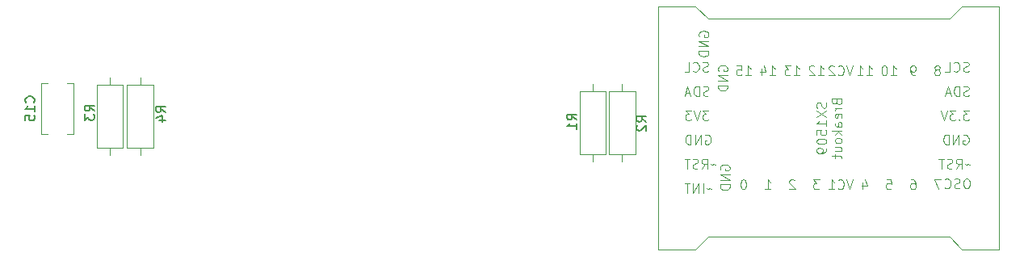
<source format=gbr>
%TF.GenerationSoftware,KiCad,Pcbnew,9.0.6*%
%TF.CreationDate,2026-01-04T18:25:18-08:00*%
%TF.ProjectId,2025_Animation_Controller,32303235-5f41-46e6-996d-6174696f6e5f,rev?*%
%TF.SameCoordinates,Original*%
%TF.FileFunction,Legend,Bot*%
%TF.FilePolarity,Positive*%
%FSLAX46Y46*%
G04 Gerber Fmt 4.6, Leading zero omitted, Abs format (unit mm)*
G04 Created by KiCad (PCBNEW 9.0.6) date 2026-01-04 18:25:18*
%MOMM*%
%LPD*%
G01*
G04 APERTURE LIST*
%ADD10C,0.100000*%
%ADD11C,0.150000*%
%ADD12C,0.120000*%
G04 APERTURE END LIST*
D10*
X193889523Y-80709219D02*
X193556190Y-81709219D01*
X193556190Y-81709219D02*
X193222857Y-80709219D01*
X192318095Y-81613980D02*
X192365714Y-81661600D01*
X192365714Y-81661600D02*
X192508571Y-81709219D01*
X192508571Y-81709219D02*
X192603809Y-81709219D01*
X192603809Y-81709219D02*
X192746666Y-81661600D01*
X192746666Y-81661600D02*
X192841904Y-81566361D01*
X192841904Y-81566361D02*
X192889523Y-81471123D01*
X192889523Y-81471123D02*
X192937142Y-81280647D01*
X192937142Y-81280647D02*
X192937142Y-81137790D01*
X192937142Y-81137790D02*
X192889523Y-80947314D01*
X192889523Y-80947314D02*
X192841904Y-80852076D01*
X192841904Y-80852076D02*
X192746666Y-80756838D01*
X192746666Y-80756838D02*
X192603809Y-80709219D01*
X192603809Y-80709219D02*
X192508571Y-80709219D01*
X192508571Y-80709219D02*
X192365714Y-80756838D01*
X192365714Y-80756838D02*
X192318095Y-80804457D01*
X191937142Y-80804457D02*
X191889523Y-80756838D01*
X191889523Y-80756838D02*
X191794285Y-80709219D01*
X191794285Y-80709219D02*
X191556190Y-80709219D01*
X191556190Y-80709219D02*
X191460952Y-80756838D01*
X191460952Y-80756838D02*
X191413333Y-80804457D01*
X191413333Y-80804457D02*
X191365714Y-80899695D01*
X191365714Y-80899695D02*
X191365714Y-80994933D01*
X191365714Y-80994933D02*
X191413333Y-81137790D01*
X191413333Y-81137790D02*
X191984761Y-81709219D01*
X191984761Y-81709219D02*
X191365714Y-81709219D01*
X200390475Y-81709219D02*
X200199999Y-81709219D01*
X200199999Y-81709219D02*
X200104761Y-81661600D01*
X200104761Y-81661600D02*
X200057142Y-81613980D01*
X200057142Y-81613980D02*
X199961904Y-81471123D01*
X199961904Y-81471123D02*
X199914285Y-81280647D01*
X199914285Y-81280647D02*
X199914285Y-80899695D01*
X199914285Y-80899695D02*
X199961904Y-80804457D01*
X199961904Y-80804457D02*
X200009523Y-80756838D01*
X200009523Y-80756838D02*
X200104761Y-80709219D01*
X200104761Y-80709219D02*
X200295237Y-80709219D01*
X200295237Y-80709219D02*
X200390475Y-80756838D01*
X200390475Y-80756838D02*
X200438094Y-80804457D01*
X200438094Y-80804457D02*
X200485713Y-80899695D01*
X200485713Y-80899695D02*
X200485713Y-81137790D01*
X200485713Y-81137790D02*
X200438094Y-81233028D01*
X200438094Y-81233028D02*
X200390475Y-81280647D01*
X200390475Y-81280647D02*
X200295237Y-81328266D01*
X200295237Y-81328266D02*
X200104761Y-81328266D01*
X200104761Y-81328266D02*
X200009523Y-81280647D01*
X200009523Y-81280647D02*
X199961904Y-81233028D01*
X199961904Y-81233028D02*
X199914285Y-81137790D01*
X202835237Y-81137790D02*
X202930475Y-81090171D01*
X202930475Y-81090171D02*
X202978094Y-81042552D01*
X202978094Y-81042552D02*
X203025713Y-80947314D01*
X203025713Y-80947314D02*
X203025713Y-80899695D01*
X203025713Y-80899695D02*
X202978094Y-80804457D01*
X202978094Y-80804457D02*
X202930475Y-80756838D01*
X202930475Y-80756838D02*
X202835237Y-80709219D01*
X202835237Y-80709219D02*
X202644761Y-80709219D01*
X202644761Y-80709219D02*
X202549523Y-80756838D01*
X202549523Y-80756838D02*
X202501904Y-80804457D01*
X202501904Y-80804457D02*
X202454285Y-80899695D01*
X202454285Y-80899695D02*
X202454285Y-80947314D01*
X202454285Y-80947314D02*
X202501904Y-81042552D01*
X202501904Y-81042552D02*
X202549523Y-81090171D01*
X202549523Y-81090171D02*
X202644761Y-81137790D01*
X202644761Y-81137790D02*
X202835237Y-81137790D01*
X202835237Y-81137790D02*
X202930475Y-81185409D01*
X202930475Y-81185409D02*
X202978094Y-81233028D01*
X202978094Y-81233028D02*
X203025713Y-81328266D01*
X203025713Y-81328266D02*
X203025713Y-81518742D01*
X203025713Y-81518742D02*
X202978094Y-81613980D01*
X202978094Y-81613980D02*
X202930475Y-81661600D01*
X202930475Y-81661600D02*
X202835237Y-81709219D01*
X202835237Y-81709219D02*
X202644761Y-81709219D01*
X202644761Y-81709219D02*
X202549523Y-81661600D01*
X202549523Y-81661600D02*
X202501904Y-81613980D01*
X202501904Y-81613980D02*
X202454285Y-81518742D01*
X202454285Y-81518742D02*
X202454285Y-81328266D01*
X202454285Y-81328266D02*
X202501904Y-81233028D01*
X202501904Y-81233028D02*
X202549523Y-81185409D01*
X202549523Y-81185409D02*
X202644761Y-81137790D01*
X206039734Y-83819800D02*
X205896877Y-83867419D01*
X205896877Y-83867419D02*
X205658782Y-83867419D01*
X205658782Y-83867419D02*
X205563544Y-83819800D01*
X205563544Y-83819800D02*
X205515925Y-83772180D01*
X205515925Y-83772180D02*
X205468306Y-83676942D01*
X205468306Y-83676942D02*
X205468306Y-83581704D01*
X205468306Y-83581704D02*
X205515925Y-83486466D01*
X205515925Y-83486466D02*
X205563544Y-83438847D01*
X205563544Y-83438847D02*
X205658782Y-83391228D01*
X205658782Y-83391228D02*
X205849258Y-83343609D01*
X205849258Y-83343609D02*
X205944496Y-83295990D01*
X205944496Y-83295990D02*
X205992115Y-83248371D01*
X205992115Y-83248371D02*
X206039734Y-83153133D01*
X206039734Y-83153133D02*
X206039734Y-83057895D01*
X206039734Y-83057895D02*
X205992115Y-82962657D01*
X205992115Y-82962657D02*
X205944496Y-82915038D01*
X205944496Y-82915038D02*
X205849258Y-82867419D01*
X205849258Y-82867419D02*
X205611163Y-82867419D01*
X205611163Y-82867419D02*
X205468306Y-82915038D01*
X205039734Y-83867419D02*
X205039734Y-82867419D01*
X205039734Y-82867419D02*
X204801639Y-82867419D01*
X204801639Y-82867419D02*
X204658782Y-82915038D01*
X204658782Y-82915038D02*
X204563544Y-83010276D01*
X204563544Y-83010276D02*
X204515925Y-83105514D01*
X204515925Y-83105514D02*
X204468306Y-83295990D01*
X204468306Y-83295990D02*
X204468306Y-83438847D01*
X204468306Y-83438847D02*
X204515925Y-83629323D01*
X204515925Y-83629323D02*
X204563544Y-83724561D01*
X204563544Y-83724561D02*
X204658782Y-83819800D01*
X204658782Y-83819800D02*
X204801639Y-83867419D01*
X204801639Y-83867419D02*
X205039734Y-83867419D01*
X204087353Y-83581704D02*
X203611163Y-83581704D01*
X204182591Y-83867419D02*
X203849258Y-82867419D01*
X203849258Y-82867419D02*
X203515925Y-83867419D01*
X187690476Y-81709219D02*
X188261904Y-81709219D01*
X187976190Y-81709219D02*
X187976190Y-80709219D01*
X187976190Y-80709219D02*
X188071428Y-80852076D01*
X188071428Y-80852076D02*
X188166666Y-80947314D01*
X188166666Y-80947314D02*
X188261904Y-80994933D01*
X187357142Y-80709219D02*
X186738095Y-80709219D01*
X186738095Y-80709219D02*
X187071428Y-81090171D01*
X187071428Y-81090171D02*
X186928571Y-81090171D01*
X186928571Y-81090171D02*
X186833333Y-81137790D01*
X186833333Y-81137790D02*
X186785714Y-81185409D01*
X186785714Y-81185409D02*
X186738095Y-81280647D01*
X186738095Y-81280647D02*
X186738095Y-81518742D01*
X186738095Y-81518742D02*
X186785714Y-81613980D01*
X186785714Y-81613980D02*
X186833333Y-81661600D01*
X186833333Y-81661600D02*
X186928571Y-81709219D01*
X186928571Y-81709219D02*
X187214285Y-81709219D01*
X187214285Y-81709219D02*
X187309523Y-81661600D01*
X187309523Y-81661600D02*
X187357142Y-81613980D01*
X203073332Y-92645619D02*
X202406666Y-92645619D01*
X202406666Y-92645619D02*
X202835237Y-93645619D01*
X187785713Y-92740857D02*
X187738094Y-92693238D01*
X187738094Y-92693238D02*
X187642856Y-92645619D01*
X187642856Y-92645619D02*
X187404761Y-92645619D01*
X187404761Y-92645619D02*
X187309523Y-92693238D01*
X187309523Y-92693238D02*
X187261904Y-92740857D01*
X187261904Y-92740857D02*
X187214285Y-92836095D01*
X187214285Y-92836095D02*
X187214285Y-92931333D01*
X187214285Y-92931333D02*
X187261904Y-93074190D01*
X187261904Y-93074190D02*
X187833332Y-93645619D01*
X187833332Y-93645619D02*
X187214285Y-93645619D01*
X178421503Y-87995038D02*
X178516741Y-87947419D01*
X178516741Y-87947419D02*
X178659598Y-87947419D01*
X178659598Y-87947419D02*
X178802455Y-87995038D01*
X178802455Y-87995038D02*
X178897693Y-88090276D01*
X178897693Y-88090276D02*
X178945312Y-88185514D01*
X178945312Y-88185514D02*
X178992931Y-88375990D01*
X178992931Y-88375990D02*
X178992931Y-88518847D01*
X178992931Y-88518847D02*
X178945312Y-88709323D01*
X178945312Y-88709323D02*
X178897693Y-88804561D01*
X178897693Y-88804561D02*
X178802455Y-88899800D01*
X178802455Y-88899800D02*
X178659598Y-88947419D01*
X178659598Y-88947419D02*
X178564360Y-88947419D01*
X178564360Y-88947419D02*
X178421503Y-88899800D01*
X178421503Y-88899800D02*
X178373884Y-88852180D01*
X178373884Y-88852180D02*
X178373884Y-88518847D01*
X178373884Y-88518847D02*
X178564360Y-88518847D01*
X177945312Y-88947419D02*
X177945312Y-87947419D01*
X177945312Y-87947419D02*
X177373884Y-88947419D01*
X177373884Y-88947419D02*
X177373884Y-87947419D01*
X176897693Y-88947419D02*
X176897693Y-87947419D01*
X176897693Y-87947419D02*
X176659598Y-87947419D01*
X176659598Y-87947419D02*
X176516741Y-87995038D01*
X176516741Y-87995038D02*
X176421503Y-88090276D01*
X176421503Y-88090276D02*
X176373884Y-88185514D01*
X176373884Y-88185514D02*
X176326265Y-88375990D01*
X176326265Y-88375990D02*
X176326265Y-88518847D01*
X176326265Y-88518847D02*
X176373884Y-88709323D01*
X176373884Y-88709323D02*
X176421503Y-88804561D01*
X176421503Y-88804561D02*
X176516741Y-88899800D01*
X176516741Y-88899800D02*
X176659598Y-88947419D01*
X176659598Y-88947419D02*
X176897693Y-88947419D01*
X206039734Y-81279800D02*
X205896877Y-81327419D01*
X205896877Y-81327419D02*
X205658782Y-81327419D01*
X205658782Y-81327419D02*
X205563544Y-81279800D01*
X205563544Y-81279800D02*
X205515925Y-81232180D01*
X205515925Y-81232180D02*
X205468306Y-81136942D01*
X205468306Y-81136942D02*
X205468306Y-81041704D01*
X205468306Y-81041704D02*
X205515925Y-80946466D01*
X205515925Y-80946466D02*
X205563544Y-80898847D01*
X205563544Y-80898847D02*
X205658782Y-80851228D01*
X205658782Y-80851228D02*
X205849258Y-80803609D01*
X205849258Y-80803609D02*
X205944496Y-80755990D01*
X205944496Y-80755990D02*
X205992115Y-80708371D01*
X205992115Y-80708371D02*
X206039734Y-80613133D01*
X206039734Y-80613133D02*
X206039734Y-80517895D01*
X206039734Y-80517895D02*
X205992115Y-80422657D01*
X205992115Y-80422657D02*
X205944496Y-80375038D01*
X205944496Y-80375038D02*
X205849258Y-80327419D01*
X205849258Y-80327419D02*
X205611163Y-80327419D01*
X205611163Y-80327419D02*
X205468306Y-80375038D01*
X204468306Y-81232180D02*
X204515925Y-81279800D01*
X204515925Y-81279800D02*
X204658782Y-81327419D01*
X204658782Y-81327419D02*
X204754020Y-81327419D01*
X204754020Y-81327419D02*
X204896877Y-81279800D01*
X204896877Y-81279800D02*
X204992115Y-81184561D01*
X204992115Y-81184561D02*
X205039734Y-81089323D01*
X205039734Y-81089323D02*
X205087353Y-80898847D01*
X205087353Y-80898847D02*
X205087353Y-80755990D01*
X205087353Y-80755990D02*
X205039734Y-80565514D01*
X205039734Y-80565514D02*
X204992115Y-80470276D01*
X204992115Y-80470276D02*
X204896877Y-80375038D01*
X204896877Y-80375038D02*
X204754020Y-80327419D01*
X204754020Y-80327419D02*
X204658782Y-80327419D01*
X204658782Y-80327419D02*
X204515925Y-80375038D01*
X204515925Y-80375038D02*
X204468306Y-80422657D01*
X203563544Y-81327419D02*
X204039734Y-81327419D01*
X204039734Y-81327419D02*
X204039734Y-80327419D01*
X177796738Y-77631595D02*
X177749119Y-77536357D01*
X177749119Y-77536357D02*
X177749119Y-77393500D01*
X177749119Y-77393500D02*
X177796738Y-77250643D01*
X177796738Y-77250643D02*
X177891976Y-77155405D01*
X177891976Y-77155405D02*
X177987214Y-77107786D01*
X177987214Y-77107786D02*
X178177690Y-77060167D01*
X178177690Y-77060167D02*
X178320547Y-77060167D01*
X178320547Y-77060167D02*
X178511023Y-77107786D01*
X178511023Y-77107786D02*
X178606261Y-77155405D01*
X178606261Y-77155405D02*
X178701500Y-77250643D01*
X178701500Y-77250643D02*
X178749119Y-77393500D01*
X178749119Y-77393500D02*
X178749119Y-77488738D01*
X178749119Y-77488738D02*
X178701500Y-77631595D01*
X178701500Y-77631595D02*
X178653880Y-77679214D01*
X178653880Y-77679214D02*
X178320547Y-77679214D01*
X178320547Y-77679214D02*
X178320547Y-77488738D01*
X178749119Y-78107786D02*
X177749119Y-78107786D01*
X177749119Y-78107786D02*
X178749119Y-78679214D01*
X178749119Y-78679214D02*
X177749119Y-78679214D01*
X178749119Y-79155405D02*
X177749119Y-79155405D01*
X177749119Y-79155405D02*
X177749119Y-79393500D01*
X177749119Y-79393500D02*
X177796738Y-79536357D01*
X177796738Y-79536357D02*
X177891976Y-79631595D01*
X177891976Y-79631595D02*
X177987214Y-79679214D01*
X177987214Y-79679214D02*
X178177690Y-79726833D01*
X178177690Y-79726833D02*
X178320547Y-79726833D01*
X178320547Y-79726833D02*
X178511023Y-79679214D01*
X178511023Y-79679214D02*
X178606261Y-79631595D01*
X178606261Y-79631595D02*
X178701500Y-79536357D01*
X178701500Y-79536357D02*
X178749119Y-79393500D01*
X178749119Y-79393500D02*
X178749119Y-79155405D01*
X179040550Y-93646466D02*
X178992931Y-93598847D01*
X178992931Y-93598847D02*
X178897693Y-93551228D01*
X178897693Y-93551228D02*
X178707217Y-93646466D01*
X178707217Y-93646466D02*
X178611979Y-93598847D01*
X178611979Y-93598847D02*
X178564360Y-93551228D01*
X178183407Y-94027419D02*
X178183407Y-93027419D01*
X177707217Y-94027419D02*
X177707217Y-93027419D01*
X177707217Y-93027419D02*
X177135789Y-94027419D01*
X177135789Y-94027419D02*
X177135789Y-93027419D01*
X176802455Y-93027419D02*
X176231027Y-93027419D01*
X176516741Y-94027419D02*
X176516741Y-93027419D01*
X197850476Y-81709219D02*
X198421904Y-81709219D01*
X198136190Y-81709219D02*
X198136190Y-80709219D01*
X198136190Y-80709219D02*
X198231428Y-80852076D01*
X198231428Y-80852076D02*
X198326666Y-80947314D01*
X198326666Y-80947314D02*
X198421904Y-80994933D01*
X197231428Y-80709219D02*
X197136190Y-80709219D01*
X197136190Y-80709219D02*
X197040952Y-80756838D01*
X197040952Y-80756838D02*
X196993333Y-80804457D01*
X196993333Y-80804457D02*
X196945714Y-80899695D01*
X196945714Y-80899695D02*
X196898095Y-81090171D01*
X196898095Y-81090171D02*
X196898095Y-81328266D01*
X196898095Y-81328266D02*
X196945714Y-81518742D01*
X196945714Y-81518742D02*
X196993333Y-81613980D01*
X196993333Y-81613980D02*
X197040952Y-81661600D01*
X197040952Y-81661600D02*
X197136190Y-81709219D01*
X197136190Y-81709219D02*
X197231428Y-81709219D01*
X197231428Y-81709219D02*
X197326666Y-81661600D01*
X197326666Y-81661600D02*
X197374285Y-81613980D01*
X197374285Y-81613980D02*
X197421904Y-81518742D01*
X197421904Y-81518742D02*
X197469523Y-81328266D01*
X197469523Y-81328266D02*
X197469523Y-81090171D01*
X197469523Y-81090171D02*
X197421904Y-80899695D01*
X197421904Y-80899695D02*
X197374285Y-80804457D01*
X197374285Y-80804457D02*
X197326666Y-80756838D01*
X197326666Y-80756838D02*
X197231428Y-80709219D01*
X190230476Y-81709219D02*
X190801904Y-81709219D01*
X190516190Y-81709219D02*
X190516190Y-80709219D01*
X190516190Y-80709219D02*
X190611428Y-80852076D01*
X190611428Y-80852076D02*
X190706666Y-80947314D01*
X190706666Y-80947314D02*
X190801904Y-80994933D01*
X189849523Y-80804457D02*
X189801904Y-80756838D01*
X189801904Y-80756838D02*
X189706666Y-80709219D01*
X189706666Y-80709219D02*
X189468571Y-80709219D01*
X189468571Y-80709219D02*
X189373333Y-80756838D01*
X189373333Y-80756838D02*
X189325714Y-80804457D01*
X189325714Y-80804457D02*
X189278095Y-80899695D01*
X189278095Y-80899695D02*
X189278095Y-80994933D01*
X189278095Y-80994933D02*
X189325714Y-81137790D01*
X189325714Y-81137790D02*
X189897142Y-81709219D01*
X189897142Y-81709219D02*
X189278095Y-81709219D01*
X190373332Y-92645619D02*
X189754285Y-92645619D01*
X189754285Y-92645619D02*
X190087618Y-93026571D01*
X190087618Y-93026571D02*
X189944761Y-93026571D01*
X189944761Y-93026571D02*
X189849523Y-93074190D01*
X189849523Y-93074190D02*
X189801904Y-93121809D01*
X189801904Y-93121809D02*
X189754285Y-93217047D01*
X189754285Y-93217047D02*
X189754285Y-93455142D01*
X189754285Y-93455142D02*
X189801904Y-93550380D01*
X189801904Y-93550380D02*
X189849523Y-93598000D01*
X189849523Y-93598000D02*
X189944761Y-93645619D01*
X189944761Y-93645619D02*
X190230475Y-93645619D01*
X190230475Y-93645619D02*
X190325713Y-93598000D01*
X190325713Y-93598000D02*
X190373332Y-93550380D01*
X193889523Y-92645619D02*
X193556190Y-93645619D01*
X193556190Y-93645619D02*
X193222857Y-92645619D01*
X192318095Y-93550380D02*
X192365714Y-93598000D01*
X192365714Y-93598000D02*
X192508571Y-93645619D01*
X192508571Y-93645619D02*
X192603809Y-93645619D01*
X192603809Y-93645619D02*
X192746666Y-93598000D01*
X192746666Y-93598000D02*
X192841904Y-93502761D01*
X192841904Y-93502761D02*
X192889523Y-93407523D01*
X192889523Y-93407523D02*
X192937142Y-93217047D01*
X192937142Y-93217047D02*
X192937142Y-93074190D01*
X192937142Y-93074190D02*
X192889523Y-92883714D01*
X192889523Y-92883714D02*
X192841904Y-92788476D01*
X192841904Y-92788476D02*
X192746666Y-92693238D01*
X192746666Y-92693238D02*
X192603809Y-92645619D01*
X192603809Y-92645619D02*
X192508571Y-92645619D01*
X192508571Y-92645619D02*
X192365714Y-92693238D01*
X192365714Y-92693238D02*
X192318095Y-92740857D01*
X191365714Y-93645619D02*
X191937142Y-93645619D01*
X191651428Y-93645619D02*
X191651428Y-92645619D01*
X191651428Y-92645619D02*
X191746666Y-92788476D01*
X191746666Y-92788476D02*
X191841904Y-92883714D01*
X191841904Y-92883714D02*
X191937142Y-92931333D01*
X191048856Y-84553333D02*
X191096475Y-84696190D01*
X191096475Y-84696190D02*
X191096475Y-84934285D01*
X191096475Y-84934285D02*
X191048856Y-85029523D01*
X191048856Y-85029523D02*
X191001236Y-85077142D01*
X191001236Y-85077142D02*
X190905998Y-85124761D01*
X190905998Y-85124761D02*
X190810760Y-85124761D01*
X190810760Y-85124761D02*
X190715522Y-85077142D01*
X190715522Y-85077142D02*
X190667903Y-85029523D01*
X190667903Y-85029523D02*
X190620284Y-84934285D01*
X190620284Y-84934285D02*
X190572665Y-84743809D01*
X190572665Y-84743809D02*
X190525046Y-84648571D01*
X190525046Y-84648571D02*
X190477427Y-84600952D01*
X190477427Y-84600952D02*
X190382189Y-84553333D01*
X190382189Y-84553333D02*
X190286951Y-84553333D01*
X190286951Y-84553333D02*
X190191713Y-84600952D01*
X190191713Y-84600952D02*
X190144094Y-84648571D01*
X190144094Y-84648571D02*
X190096475Y-84743809D01*
X190096475Y-84743809D02*
X190096475Y-84981904D01*
X190096475Y-84981904D02*
X190144094Y-85124761D01*
X190096475Y-85458095D02*
X191096475Y-86124761D01*
X190096475Y-86124761D02*
X191096475Y-85458095D01*
X191096475Y-87029523D02*
X191096475Y-86458095D01*
X191096475Y-86743809D02*
X190096475Y-86743809D01*
X190096475Y-86743809D02*
X190239332Y-86648571D01*
X190239332Y-86648571D02*
X190334570Y-86553333D01*
X190334570Y-86553333D02*
X190382189Y-86458095D01*
X190096475Y-87934285D02*
X190096475Y-87458095D01*
X190096475Y-87458095D02*
X190572665Y-87410476D01*
X190572665Y-87410476D02*
X190525046Y-87458095D01*
X190525046Y-87458095D02*
X190477427Y-87553333D01*
X190477427Y-87553333D02*
X190477427Y-87791428D01*
X190477427Y-87791428D02*
X190525046Y-87886666D01*
X190525046Y-87886666D02*
X190572665Y-87934285D01*
X190572665Y-87934285D02*
X190667903Y-87981904D01*
X190667903Y-87981904D02*
X190905998Y-87981904D01*
X190905998Y-87981904D02*
X191001236Y-87934285D01*
X191001236Y-87934285D02*
X191048856Y-87886666D01*
X191048856Y-87886666D02*
X191096475Y-87791428D01*
X191096475Y-87791428D02*
X191096475Y-87553333D01*
X191096475Y-87553333D02*
X191048856Y-87458095D01*
X191048856Y-87458095D02*
X191001236Y-87410476D01*
X190096475Y-88600952D02*
X190096475Y-88696190D01*
X190096475Y-88696190D02*
X190144094Y-88791428D01*
X190144094Y-88791428D02*
X190191713Y-88839047D01*
X190191713Y-88839047D02*
X190286951Y-88886666D01*
X190286951Y-88886666D02*
X190477427Y-88934285D01*
X190477427Y-88934285D02*
X190715522Y-88934285D01*
X190715522Y-88934285D02*
X190905998Y-88886666D01*
X190905998Y-88886666D02*
X191001236Y-88839047D01*
X191001236Y-88839047D02*
X191048856Y-88791428D01*
X191048856Y-88791428D02*
X191096475Y-88696190D01*
X191096475Y-88696190D02*
X191096475Y-88600952D01*
X191096475Y-88600952D02*
X191048856Y-88505714D01*
X191048856Y-88505714D02*
X191001236Y-88458095D01*
X191001236Y-88458095D02*
X190905998Y-88410476D01*
X190905998Y-88410476D02*
X190715522Y-88362857D01*
X190715522Y-88362857D02*
X190477427Y-88362857D01*
X190477427Y-88362857D02*
X190286951Y-88410476D01*
X190286951Y-88410476D02*
X190191713Y-88458095D01*
X190191713Y-88458095D02*
X190144094Y-88505714D01*
X190144094Y-88505714D02*
X190096475Y-88600952D01*
X191096475Y-89410476D02*
X191096475Y-89600952D01*
X191096475Y-89600952D02*
X191048856Y-89696190D01*
X191048856Y-89696190D02*
X191001236Y-89743809D01*
X191001236Y-89743809D02*
X190858379Y-89839047D01*
X190858379Y-89839047D02*
X190667903Y-89886666D01*
X190667903Y-89886666D02*
X190286951Y-89886666D01*
X190286951Y-89886666D02*
X190191713Y-89839047D01*
X190191713Y-89839047D02*
X190144094Y-89791428D01*
X190144094Y-89791428D02*
X190096475Y-89696190D01*
X190096475Y-89696190D02*
X190096475Y-89505714D01*
X190096475Y-89505714D02*
X190144094Y-89410476D01*
X190144094Y-89410476D02*
X190191713Y-89362857D01*
X190191713Y-89362857D02*
X190286951Y-89315238D01*
X190286951Y-89315238D02*
X190525046Y-89315238D01*
X190525046Y-89315238D02*
X190620284Y-89362857D01*
X190620284Y-89362857D02*
X190667903Y-89410476D01*
X190667903Y-89410476D02*
X190715522Y-89505714D01*
X190715522Y-89505714D02*
X190715522Y-89696190D01*
X190715522Y-89696190D02*
X190667903Y-89791428D01*
X190667903Y-89791428D02*
X190620284Y-89839047D01*
X190620284Y-89839047D02*
X190525046Y-89886666D01*
X192182609Y-84505713D02*
X192230228Y-84648570D01*
X192230228Y-84648570D02*
X192277847Y-84696189D01*
X192277847Y-84696189D02*
X192373085Y-84743808D01*
X192373085Y-84743808D02*
X192515942Y-84743808D01*
X192515942Y-84743808D02*
X192611180Y-84696189D01*
X192611180Y-84696189D02*
X192658800Y-84648570D01*
X192658800Y-84648570D02*
X192706419Y-84553332D01*
X192706419Y-84553332D02*
X192706419Y-84172380D01*
X192706419Y-84172380D02*
X191706419Y-84172380D01*
X191706419Y-84172380D02*
X191706419Y-84505713D01*
X191706419Y-84505713D02*
X191754038Y-84600951D01*
X191754038Y-84600951D02*
X191801657Y-84648570D01*
X191801657Y-84648570D02*
X191896895Y-84696189D01*
X191896895Y-84696189D02*
X191992133Y-84696189D01*
X191992133Y-84696189D02*
X192087371Y-84648570D01*
X192087371Y-84648570D02*
X192134990Y-84600951D01*
X192134990Y-84600951D02*
X192182609Y-84505713D01*
X192182609Y-84505713D02*
X192182609Y-84172380D01*
X192706419Y-85172380D02*
X192039752Y-85172380D01*
X192230228Y-85172380D02*
X192134990Y-85219999D01*
X192134990Y-85219999D02*
X192087371Y-85267618D01*
X192087371Y-85267618D02*
X192039752Y-85362856D01*
X192039752Y-85362856D02*
X192039752Y-85458094D01*
X192658800Y-86172380D02*
X192706419Y-86077142D01*
X192706419Y-86077142D02*
X192706419Y-85886666D01*
X192706419Y-85886666D02*
X192658800Y-85791428D01*
X192658800Y-85791428D02*
X192563561Y-85743809D01*
X192563561Y-85743809D02*
X192182609Y-85743809D01*
X192182609Y-85743809D02*
X192087371Y-85791428D01*
X192087371Y-85791428D02*
X192039752Y-85886666D01*
X192039752Y-85886666D02*
X192039752Y-86077142D01*
X192039752Y-86077142D02*
X192087371Y-86172380D01*
X192087371Y-86172380D02*
X192182609Y-86219999D01*
X192182609Y-86219999D02*
X192277847Y-86219999D01*
X192277847Y-86219999D02*
X192373085Y-85743809D01*
X192706419Y-87077142D02*
X192182609Y-87077142D01*
X192182609Y-87077142D02*
X192087371Y-87029523D01*
X192087371Y-87029523D02*
X192039752Y-86934285D01*
X192039752Y-86934285D02*
X192039752Y-86743809D01*
X192039752Y-86743809D02*
X192087371Y-86648571D01*
X192658800Y-87077142D02*
X192706419Y-86981904D01*
X192706419Y-86981904D02*
X192706419Y-86743809D01*
X192706419Y-86743809D02*
X192658800Y-86648571D01*
X192658800Y-86648571D02*
X192563561Y-86600952D01*
X192563561Y-86600952D02*
X192468323Y-86600952D01*
X192468323Y-86600952D02*
X192373085Y-86648571D01*
X192373085Y-86648571D02*
X192325466Y-86743809D01*
X192325466Y-86743809D02*
X192325466Y-86981904D01*
X192325466Y-86981904D02*
X192277847Y-87077142D01*
X192706419Y-87553333D02*
X191706419Y-87553333D01*
X192325466Y-87648571D02*
X192706419Y-87934285D01*
X192039752Y-87934285D02*
X192420704Y-87553333D01*
X192706419Y-88505714D02*
X192658800Y-88410476D01*
X192658800Y-88410476D02*
X192611180Y-88362857D01*
X192611180Y-88362857D02*
X192515942Y-88315238D01*
X192515942Y-88315238D02*
X192230228Y-88315238D01*
X192230228Y-88315238D02*
X192134990Y-88362857D01*
X192134990Y-88362857D02*
X192087371Y-88410476D01*
X192087371Y-88410476D02*
X192039752Y-88505714D01*
X192039752Y-88505714D02*
X192039752Y-88648571D01*
X192039752Y-88648571D02*
X192087371Y-88743809D01*
X192087371Y-88743809D02*
X192134990Y-88791428D01*
X192134990Y-88791428D02*
X192230228Y-88839047D01*
X192230228Y-88839047D02*
X192515942Y-88839047D01*
X192515942Y-88839047D02*
X192611180Y-88791428D01*
X192611180Y-88791428D02*
X192658800Y-88743809D01*
X192658800Y-88743809D02*
X192706419Y-88648571D01*
X192706419Y-88648571D02*
X192706419Y-88505714D01*
X192039752Y-89696190D02*
X192706419Y-89696190D01*
X192039752Y-89267619D02*
X192563561Y-89267619D01*
X192563561Y-89267619D02*
X192658800Y-89315238D01*
X192658800Y-89315238D02*
X192706419Y-89410476D01*
X192706419Y-89410476D02*
X192706419Y-89553333D01*
X192706419Y-89553333D02*
X192658800Y-89648571D01*
X192658800Y-89648571D02*
X192611180Y-89696190D01*
X192039752Y-90029524D02*
X192039752Y-90410476D01*
X191706419Y-90172381D02*
X192563561Y-90172381D01*
X192563561Y-90172381D02*
X192658800Y-90220000D01*
X192658800Y-90220000D02*
X192706419Y-90315238D01*
X192706419Y-90315238D02*
X192706419Y-90410476D01*
X182467618Y-92645619D02*
X182372380Y-92645619D01*
X182372380Y-92645619D02*
X182277142Y-92693238D01*
X182277142Y-92693238D02*
X182229523Y-92740857D01*
X182229523Y-92740857D02*
X182181904Y-92836095D01*
X182181904Y-92836095D02*
X182134285Y-93026571D01*
X182134285Y-93026571D02*
X182134285Y-93264666D01*
X182134285Y-93264666D02*
X182181904Y-93455142D01*
X182181904Y-93455142D02*
X182229523Y-93550380D01*
X182229523Y-93550380D02*
X182277142Y-93598000D01*
X182277142Y-93598000D02*
X182372380Y-93645619D01*
X182372380Y-93645619D02*
X182467618Y-93645619D01*
X182467618Y-93645619D02*
X182562856Y-93598000D01*
X182562856Y-93598000D02*
X182610475Y-93550380D01*
X182610475Y-93550380D02*
X182658094Y-93455142D01*
X182658094Y-93455142D02*
X182705713Y-93264666D01*
X182705713Y-93264666D02*
X182705713Y-93026571D01*
X182705713Y-93026571D02*
X182658094Y-92836095D01*
X182658094Y-92836095D02*
X182610475Y-92740857D01*
X182610475Y-92740857D02*
X182562856Y-92693238D01*
X182562856Y-92693238D02*
X182467618Y-92645619D01*
X179790038Y-81238095D02*
X179742419Y-81142857D01*
X179742419Y-81142857D02*
X179742419Y-81000000D01*
X179742419Y-81000000D02*
X179790038Y-80857143D01*
X179790038Y-80857143D02*
X179885276Y-80761905D01*
X179885276Y-80761905D02*
X179980514Y-80714286D01*
X179980514Y-80714286D02*
X180170990Y-80666667D01*
X180170990Y-80666667D02*
X180313847Y-80666667D01*
X180313847Y-80666667D02*
X180504323Y-80714286D01*
X180504323Y-80714286D02*
X180599561Y-80761905D01*
X180599561Y-80761905D02*
X180694800Y-80857143D01*
X180694800Y-80857143D02*
X180742419Y-81000000D01*
X180742419Y-81000000D02*
X180742419Y-81095238D01*
X180742419Y-81095238D02*
X180694800Y-81238095D01*
X180694800Y-81238095D02*
X180647180Y-81285714D01*
X180647180Y-81285714D02*
X180313847Y-81285714D01*
X180313847Y-81285714D02*
X180313847Y-81095238D01*
X180742419Y-81714286D02*
X179742419Y-81714286D01*
X179742419Y-81714286D02*
X180742419Y-82285714D01*
X180742419Y-82285714D02*
X179742419Y-82285714D01*
X180742419Y-82761905D02*
X179742419Y-82761905D01*
X179742419Y-82761905D02*
X179742419Y-83000000D01*
X179742419Y-83000000D02*
X179790038Y-83142857D01*
X179790038Y-83142857D02*
X179885276Y-83238095D01*
X179885276Y-83238095D02*
X179980514Y-83285714D01*
X179980514Y-83285714D02*
X180170990Y-83333333D01*
X180170990Y-83333333D02*
X180313847Y-83333333D01*
X180313847Y-83333333D02*
X180504323Y-83285714D01*
X180504323Y-83285714D02*
X180599561Y-83238095D01*
X180599561Y-83238095D02*
X180694800Y-83142857D01*
X180694800Y-83142857D02*
X180742419Y-83000000D01*
X180742419Y-83000000D02*
X180742419Y-82761905D01*
X179469122Y-91106466D02*
X179421503Y-91058847D01*
X179421503Y-91058847D02*
X179326265Y-91011228D01*
X179326265Y-91011228D02*
X179135789Y-91106466D01*
X179135789Y-91106466D02*
X179040551Y-91058847D01*
X179040551Y-91058847D02*
X178992932Y-91011228D01*
X178040551Y-91487419D02*
X178373884Y-91011228D01*
X178611979Y-91487419D02*
X178611979Y-90487419D01*
X178611979Y-90487419D02*
X178231027Y-90487419D01*
X178231027Y-90487419D02*
X178135789Y-90535038D01*
X178135789Y-90535038D02*
X178088170Y-90582657D01*
X178088170Y-90582657D02*
X178040551Y-90677895D01*
X178040551Y-90677895D02*
X178040551Y-90820752D01*
X178040551Y-90820752D02*
X178088170Y-90915990D01*
X178088170Y-90915990D02*
X178135789Y-90963609D01*
X178135789Y-90963609D02*
X178231027Y-91011228D01*
X178231027Y-91011228D02*
X178611979Y-91011228D01*
X177659598Y-91439800D02*
X177516741Y-91487419D01*
X177516741Y-91487419D02*
X177278646Y-91487419D01*
X177278646Y-91487419D02*
X177183408Y-91439800D01*
X177183408Y-91439800D02*
X177135789Y-91392180D01*
X177135789Y-91392180D02*
X177088170Y-91296942D01*
X177088170Y-91296942D02*
X177088170Y-91201704D01*
X177088170Y-91201704D02*
X177135789Y-91106466D01*
X177135789Y-91106466D02*
X177183408Y-91058847D01*
X177183408Y-91058847D02*
X177278646Y-91011228D01*
X177278646Y-91011228D02*
X177469122Y-90963609D01*
X177469122Y-90963609D02*
X177564360Y-90915990D01*
X177564360Y-90915990D02*
X177611979Y-90868371D01*
X177611979Y-90868371D02*
X177659598Y-90773133D01*
X177659598Y-90773133D02*
X177659598Y-90677895D01*
X177659598Y-90677895D02*
X177611979Y-90582657D01*
X177611979Y-90582657D02*
X177564360Y-90535038D01*
X177564360Y-90535038D02*
X177469122Y-90487419D01*
X177469122Y-90487419D02*
X177231027Y-90487419D01*
X177231027Y-90487419D02*
X177088170Y-90535038D01*
X176802455Y-90487419D02*
X176231027Y-90487419D01*
X176516741Y-91487419D02*
X176516741Y-90487419D01*
X206087353Y-85407419D02*
X205468306Y-85407419D01*
X205468306Y-85407419D02*
X205801639Y-85788371D01*
X205801639Y-85788371D02*
X205658782Y-85788371D01*
X205658782Y-85788371D02*
X205563544Y-85835990D01*
X205563544Y-85835990D02*
X205515925Y-85883609D01*
X205515925Y-85883609D02*
X205468306Y-85978847D01*
X205468306Y-85978847D02*
X205468306Y-86216942D01*
X205468306Y-86216942D02*
X205515925Y-86312180D01*
X205515925Y-86312180D02*
X205563544Y-86359800D01*
X205563544Y-86359800D02*
X205658782Y-86407419D01*
X205658782Y-86407419D02*
X205944496Y-86407419D01*
X205944496Y-86407419D02*
X206039734Y-86359800D01*
X206039734Y-86359800D02*
X206087353Y-86312180D01*
X205039734Y-86312180D02*
X204992115Y-86359800D01*
X204992115Y-86359800D02*
X205039734Y-86407419D01*
X205039734Y-86407419D02*
X205087353Y-86359800D01*
X205087353Y-86359800D02*
X205039734Y-86312180D01*
X205039734Y-86312180D02*
X205039734Y-86407419D01*
X204658782Y-85407419D02*
X204039735Y-85407419D01*
X204039735Y-85407419D02*
X204373068Y-85788371D01*
X204373068Y-85788371D02*
X204230211Y-85788371D01*
X204230211Y-85788371D02*
X204134973Y-85835990D01*
X204134973Y-85835990D02*
X204087354Y-85883609D01*
X204087354Y-85883609D02*
X204039735Y-85978847D01*
X204039735Y-85978847D02*
X204039735Y-86216942D01*
X204039735Y-86216942D02*
X204087354Y-86312180D01*
X204087354Y-86312180D02*
X204134973Y-86359800D01*
X204134973Y-86359800D02*
X204230211Y-86407419D01*
X204230211Y-86407419D02*
X204515925Y-86407419D01*
X204515925Y-86407419D02*
X204611163Y-86359800D01*
X204611163Y-86359800D02*
X204658782Y-86312180D01*
X203754020Y-85407419D02*
X203420687Y-86407419D01*
X203420687Y-86407419D02*
X203087354Y-85407419D01*
X205468306Y-87995038D02*
X205563544Y-87947419D01*
X205563544Y-87947419D02*
X205706401Y-87947419D01*
X205706401Y-87947419D02*
X205849258Y-87995038D01*
X205849258Y-87995038D02*
X205944496Y-88090276D01*
X205944496Y-88090276D02*
X205992115Y-88185514D01*
X205992115Y-88185514D02*
X206039734Y-88375990D01*
X206039734Y-88375990D02*
X206039734Y-88518847D01*
X206039734Y-88518847D02*
X205992115Y-88709323D01*
X205992115Y-88709323D02*
X205944496Y-88804561D01*
X205944496Y-88804561D02*
X205849258Y-88899800D01*
X205849258Y-88899800D02*
X205706401Y-88947419D01*
X205706401Y-88947419D02*
X205611163Y-88947419D01*
X205611163Y-88947419D02*
X205468306Y-88899800D01*
X205468306Y-88899800D02*
X205420687Y-88852180D01*
X205420687Y-88852180D02*
X205420687Y-88518847D01*
X205420687Y-88518847D02*
X205611163Y-88518847D01*
X204992115Y-88947419D02*
X204992115Y-87947419D01*
X204992115Y-87947419D02*
X204420687Y-88947419D01*
X204420687Y-88947419D02*
X204420687Y-87947419D01*
X203944496Y-88947419D02*
X203944496Y-87947419D01*
X203944496Y-87947419D02*
X203706401Y-87947419D01*
X203706401Y-87947419D02*
X203563544Y-87995038D01*
X203563544Y-87995038D02*
X203468306Y-88090276D01*
X203468306Y-88090276D02*
X203420687Y-88185514D01*
X203420687Y-88185514D02*
X203373068Y-88375990D01*
X203373068Y-88375990D02*
X203373068Y-88518847D01*
X203373068Y-88518847D02*
X203420687Y-88709323D01*
X203420687Y-88709323D02*
X203468306Y-88804561D01*
X203468306Y-88804561D02*
X203563544Y-88899800D01*
X203563544Y-88899800D02*
X203706401Y-88947419D01*
X203706401Y-88947419D02*
X203944496Y-88947419D01*
X180020038Y-91638095D02*
X179972419Y-91542857D01*
X179972419Y-91542857D02*
X179972419Y-91400000D01*
X179972419Y-91400000D02*
X180020038Y-91257143D01*
X180020038Y-91257143D02*
X180115276Y-91161905D01*
X180115276Y-91161905D02*
X180210514Y-91114286D01*
X180210514Y-91114286D02*
X180400990Y-91066667D01*
X180400990Y-91066667D02*
X180543847Y-91066667D01*
X180543847Y-91066667D02*
X180734323Y-91114286D01*
X180734323Y-91114286D02*
X180829561Y-91161905D01*
X180829561Y-91161905D02*
X180924800Y-91257143D01*
X180924800Y-91257143D02*
X180972419Y-91400000D01*
X180972419Y-91400000D02*
X180972419Y-91495238D01*
X180972419Y-91495238D02*
X180924800Y-91638095D01*
X180924800Y-91638095D02*
X180877180Y-91685714D01*
X180877180Y-91685714D02*
X180543847Y-91685714D01*
X180543847Y-91685714D02*
X180543847Y-91495238D01*
X180972419Y-92114286D02*
X179972419Y-92114286D01*
X179972419Y-92114286D02*
X180972419Y-92685714D01*
X180972419Y-92685714D02*
X179972419Y-92685714D01*
X180972419Y-93161905D02*
X179972419Y-93161905D01*
X179972419Y-93161905D02*
X179972419Y-93400000D01*
X179972419Y-93400000D02*
X180020038Y-93542857D01*
X180020038Y-93542857D02*
X180115276Y-93638095D01*
X180115276Y-93638095D02*
X180210514Y-93685714D01*
X180210514Y-93685714D02*
X180400990Y-93733333D01*
X180400990Y-93733333D02*
X180543847Y-93733333D01*
X180543847Y-93733333D02*
X180734323Y-93685714D01*
X180734323Y-93685714D02*
X180829561Y-93638095D01*
X180829561Y-93638095D02*
X180924800Y-93542857D01*
X180924800Y-93542857D02*
X180972419Y-93400000D01*
X180972419Y-93400000D02*
X180972419Y-93161905D01*
X194929523Y-92978952D02*
X194929523Y-93645619D01*
X195167618Y-92598000D02*
X195405713Y-93312285D01*
X195405713Y-93312285D02*
X194786666Y-93312285D01*
X205905639Y-92557419D02*
X205715163Y-92557419D01*
X205715163Y-92557419D02*
X205619925Y-92605038D01*
X205619925Y-92605038D02*
X205524687Y-92700276D01*
X205524687Y-92700276D02*
X205477068Y-92890752D01*
X205477068Y-92890752D02*
X205477068Y-93224085D01*
X205477068Y-93224085D02*
X205524687Y-93414561D01*
X205524687Y-93414561D02*
X205619925Y-93509800D01*
X205619925Y-93509800D02*
X205715163Y-93557419D01*
X205715163Y-93557419D02*
X205905639Y-93557419D01*
X205905639Y-93557419D02*
X206000877Y-93509800D01*
X206000877Y-93509800D02*
X206096115Y-93414561D01*
X206096115Y-93414561D02*
X206143734Y-93224085D01*
X206143734Y-93224085D02*
X206143734Y-92890752D01*
X206143734Y-92890752D02*
X206096115Y-92700276D01*
X206096115Y-92700276D02*
X206000877Y-92605038D01*
X206000877Y-92605038D02*
X205905639Y-92557419D01*
X205096115Y-93509800D02*
X204953258Y-93557419D01*
X204953258Y-93557419D02*
X204715163Y-93557419D01*
X204715163Y-93557419D02*
X204619925Y-93509800D01*
X204619925Y-93509800D02*
X204572306Y-93462180D01*
X204572306Y-93462180D02*
X204524687Y-93366942D01*
X204524687Y-93366942D02*
X204524687Y-93271704D01*
X204524687Y-93271704D02*
X204572306Y-93176466D01*
X204572306Y-93176466D02*
X204619925Y-93128847D01*
X204619925Y-93128847D02*
X204715163Y-93081228D01*
X204715163Y-93081228D02*
X204905639Y-93033609D01*
X204905639Y-93033609D02*
X205000877Y-92985990D01*
X205000877Y-92985990D02*
X205048496Y-92938371D01*
X205048496Y-92938371D02*
X205096115Y-92843133D01*
X205096115Y-92843133D02*
X205096115Y-92747895D01*
X205096115Y-92747895D02*
X205048496Y-92652657D01*
X205048496Y-92652657D02*
X205000877Y-92605038D01*
X205000877Y-92605038D02*
X204905639Y-92557419D01*
X204905639Y-92557419D02*
X204667544Y-92557419D01*
X204667544Y-92557419D02*
X204524687Y-92605038D01*
X203524687Y-93462180D02*
X203572306Y-93509800D01*
X203572306Y-93509800D02*
X203715163Y-93557419D01*
X203715163Y-93557419D02*
X203810401Y-93557419D01*
X203810401Y-93557419D02*
X203953258Y-93509800D01*
X203953258Y-93509800D02*
X204048496Y-93414561D01*
X204048496Y-93414561D02*
X204096115Y-93319323D01*
X204096115Y-93319323D02*
X204143734Y-93128847D01*
X204143734Y-93128847D02*
X204143734Y-92985990D01*
X204143734Y-92985990D02*
X204096115Y-92795514D01*
X204096115Y-92795514D02*
X204048496Y-92700276D01*
X204048496Y-92700276D02*
X203953258Y-92605038D01*
X203953258Y-92605038D02*
X203810401Y-92557419D01*
X203810401Y-92557419D02*
X203715163Y-92557419D01*
X203715163Y-92557419D02*
X203572306Y-92605038D01*
X203572306Y-92605038D02*
X203524687Y-92652657D01*
X178707217Y-81279800D02*
X178564360Y-81327419D01*
X178564360Y-81327419D02*
X178326265Y-81327419D01*
X178326265Y-81327419D02*
X178231027Y-81279800D01*
X178231027Y-81279800D02*
X178183408Y-81232180D01*
X178183408Y-81232180D02*
X178135789Y-81136942D01*
X178135789Y-81136942D02*
X178135789Y-81041704D01*
X178135789Y-81041704D02*
X178183408Y-80946466D01*
X178183408Y-80946466D02*
X178231027Y-80898847D01*
X178231027Y-80898847D02*
X178326265Y-80851228D01*
X178326265Y-80851228D02*
X178516741Y-80803609D01*
X178516741Y-80803609D02*
X178611979Y-80755990D01*
X178611979Y-80755990D02*
X178659598Y-80708371D01*
X178659598Y-80708371D02*
X178707217Y-80613133D01*
X178707217Y-80613133D02*
X178707217Y-80517895D01*
X178707217Y-80517895D02*
X178659598Y-80422657D01*
X178659598Y-80422657D02*
X178611979Y-80375038D01*
X178611979Y-80375038D02*
X178516741Y-80327419D01*
X178516741Y-80327419D02*
X178278646Y-80327419D01*
X178278646Y-80327419D02*
X178135789Y-80375038D01*
X177135789Y-81232180D02*
X177183408Y-81279800D01*
X177183408Y-81279800D02*
X177326265Y-81327419D01*
X177326265Y-81327419D02*
X177421503Y-81327419D01*
X177421503Y-81327419D02*
X177564360Y-81279800D01*
X177564360Y-81279800D02*
X177659598Y-81184561D01*
X177659598Y-81184561D02*
X177707217Y-81089323D01*
X177707217Y-81089323D02*
X177754836Y-80898847D01*
X177754836Y-80898847D02*
X177754836Y-80755990D01*
X177754836Y-80755990D02*
X177707217Y-80565514D01*
X177707217Y-80565514D02*
X177659598Y-80470276D01*
X177659598Y-80470276D02*
X177564360Y-80375038D01*
X177564360Y-80375038D02*
X177421503Y-80327419D01*
X177421503Y-80327419D02*
X177326265Y-80327419D01*
X177326265Y-80327419D02*
X177183408Y-80375038D01*
X177183408Y-80375038D02*
X177135789Y-80422657D01*
X176231027Y-81327419D02*
X176707217Y-81327419D01*
X176707217Y-81327419D02*
X176707217Y-80327419D01*
X184674285Y-93645619D02*
X185245713Y-93645619D01*
X184959999Y-93645619D02*
X184959999Y-92645619D01*
X184959999Y-92645619D02*
X185055237Y-92788476D01*
X185055237Y-92788476D02*
X185150475Y-92883714D01*
X185150475Y-92883714D02*
X185245713Y-92931333D01*
X185150476Y-81709219D02*
X185721904Y-81709219D01*
X185436190Y-81709219D02*
X185436190Y-80709219D01*
X185436190Y-80709219D02*
X185531428Y-80852076D01*
X185531428Y-80852076D02*
X185626666Y-80947314D01*
X185626666Y-80947314D02*
X185721904Y-80994933D01*
X184293333Y-81042552D02*
X184293333Y-81709219D01*
X184531428Y-80661600D02*
X184769523Y-81375885D01*
X184769523Y-81375885D02*
X184150476Y-81375885D01*
X200009523Y-92645619D02*
X200199999Y-92645619D01*
X200199999Y-92645619D02*
X200295237Y-92693238D01*
X200295237Y-92693238D02*
X200342856Y-92740857D01*
X200342856Y-92740857D02*
X200438094Y-92883714D01*
X200438094Y-92883714D02*
X200485713Y-93074190D01*
X200485713Y-93074190D02*
X200485713Y-93455142D01*
X200485713Y-93455142D02*
X200438094Y-93550380D01*
X200438094Y-93550380D02*
X200390475Y-93598000D01*
X200390475Y-93598000D02*
X200295237Y-93645619D01*
X200295237Y-93645619D02*
X200104761Y-93645619D01*
X200104761Y-93645619D02*
X200009523Y-93598000D01*
X200009523Y-93598000D02*
X199961904Y-93550380D01*
X199961904Y-93550380D02*
X199914285Y-93455142D01*
X199914285Y-93455142D02*
X199914285Y-93217047D01*
X199914285Y-93217047D02*
X199961904Y-93121809D01*
X199961904Y-93121809D02*
X200009523Y-93074190D01*
X200009523Y-93074190D02*
X200104761Y-93026571D01*
X200104761Y-93026571D02*
X200295237Y-93026571D01*
X200295237Y-93026571D02*
X200390475Y-93074190D01*
X200390475Y-93074190D02*
X200438094Y-93121809D01*
X200438094Y-93121809D02*
X200485713Y-93217047D01*
X182610476Y-81709219D02*
X183181904Y-81709219D01*
X182896190Y-81709219D02*
X182896190Y-80709219D01*
X182896190Y-80709219D02*
X182991428Y-80852076D01*
X182991428Y-80852076D02*
X183086666Y-80947314D01*
X183086666Y-80947314D02*
X183181904Y-80994933D01*
X181705714Y-80709219D02*
X182181904Y-80709219D01*
X182181904Y-80709219D02*
X182229523Y-81185409D01*
X182229523Y-81185409D02*
X182181904Y-81137790D01*
X182181904Y-81137790D02*
X182086666Y-81090171D01*
X182086666Y-81090171D02*
X181848571Y-81090171D01*
X181848571Y-81090171D02*
X181753333Y-81137790D01*
X181753333Y-81137790D02*
X181705714Y-81185409D01*
X181705714Y-81185409D02*
X181658095Y-81280647D01*
X181658095Y-81280647D02*
X181658095Y-81518742D01*
X181658095Y-81518742D02*
X181705714Y-81613980D01*
X181705714Y-81613980D02*
X181753333Y-81661600D01*
X181753333Y-81661600D02*
X181848571Y-81709219D01*
X181848571Y-81709219D02*
X182086666Y-81709219D01*
X182086666Y-81709219D02*
X182181904Y-81661600D01*
X182181904Y-81661600D02*
X182229523Y-81613980D01*
X206134972Y-91106466D02*
X206087353Y-91058847D01*
X206087353Y-91058847D02*
X205992115Y-91011228D01*
X205992115Y-91011228D02*
X205801639Y-91106466D01*
X205801639Y-91106466D02*
X205706401Y-91058847D01*
X205706401Y-91058847D02*
X205658782Y-91011228D01*
X204706401Y-91487419D02*
X205039734Y-91011228D01*
X205277829Y-91487419D02*
X205277829Y-90487419D01*
X205277829Y-90487419D02*
X204896877Y-90487419D01*
X204896877Y-90487419D02*
X204801639Y-90535038D01*
X204801639Y-90535038D02*
X204754020Y-90582657D01*
X204754020Y-90582657D02*
X204706401Y-90677895D01*
X204706401Y-90677895D02*
X204706401Y-90820752D01*
X204706401Y-90820752D02*
X204754020Y-90915990D01*
X204754020Y-90915990D02*
X204801639Y-90963609D01*
X204801639Y-90963609D02*
X204896877Y-91011228D01*
X204896877Y-91011228D02*
X205277829Y-91011228D01*
X204325448Y-91439800D02*
X204182591Y-91487419D01*
X204182591Y-91487419D02*
X203944496Y-91487419D01*
X203944496Y-91487419D02*
X203849258Y-91439800D01*
X203849258Y-91439800D02*
X203801639Y-91392180D01*
X203801639Y-91392180D02*
X203754020Y-91296942D01*
X203754020Y-91296942D02*
X203754020Y-91201704D01*
X203754020Y-91201704D02*
X203801639Y-91106466D01*
X203801639Y-91106466D02*
X203849258Y-91058847D01*
X203849258Y-91058847D02*
X203944496Y-91011228D01*
X203944496Y-91011228D02*
X204134972Y-90963609D01*
X204134972Y-90963609D02*
X204230210Y-90915990D01*
X204230210Y-90915990D02*
X204277829Y-90868371D01*
X204277829Y-90868371D02*
X204325448Y-90773133D01*
X204325448Y-90773133D02*
X204325448Y-90677895D01*
X204325448Y-90677895D02*
X204277829Y-90582657D01*
X204277829Y-90582657D02*
X204230210Y-90535038D01*
X204230210Y-90535038D02*
X204134972Y-90487419D01*
X204134972Y-90487419D02*
X203896877Y-90487419D01*
X203896877Y-90487419D02*
X203754020Y-90535038D01*
X203468305Y-90487419D02*
X202896877Y-90487419D01*
X203182591Y-91487419D02*
X203182591Y-90487419D01*
X178754836Y-83819800D02*
X178611979Y-83867419D01*
X178611979Y-83867419D02*
X178373884Y-83867419D01*
X178373884Y-83867419D02*
X178278646Y-83819800D01*
X178278646Y-83819800D02*
X178231027Y-83772180D01*
X178231027Y-83772180D02*
X178183408Y-83676942D01*
X178183408Y-83676942D02*
X178183408Y-83581704D01*
X178183408Y-83581704D02*
X178231027Y-83486466D01*
X178231027Y-83486466D02*
X178278646Y-83438847D01*
X178278646Y-83438847D02*
X178373884Y-83391228D01*
X178373884Y-83391228D02*
X178564360Y-83343609D01*
X178564360Y-83343609D02*
X178659598Y-83295990D01*
X178659598Y-83295990D02*
X178707217Y-83248371D01*
X178707217Y-83248371D02*
X178754836Y-83153133D01*
X178754836Y-83153133D02*
X178754836Y-83057895D01*
X178754836Y-83057895D02*
X178707217Y-82962657D01*
X178707217Y-82962657D02*
X178659598Y-82915038D01*
X178659598Y-82915038D02*
X178564360Y-82867419D01*
X178564360Y-82867419D02*
X178326265Y-82867419D01*
X178326265Y-82867419D02*
X178183408Y-82915038D01*
X177754836Y-83867419D02*
X177754836Y-82867419D01*
X177754836Y-82867419D02*
X177516741Y-82867419D01*
X177516741Y-82867419D02*
X177373884Y-82915038D01*
X177373884Y-82915038D02*
X177278646Y-83010276D01*
X177278646Y-83010276D02*
X177231027Y-83105514D01*
X177231027Y-83105514D02*
X177183408Y-83295990D01*
X177183408Y-83295990D02*
X177183408Y-83438847D01*
X177183408Y-83438847D02*
X177231027Y-83629323D01*
X177231027Y-83629323D02*
X177278646Y-83724561D01*
X177278646Y-83724561D02*
X177373884Y-83819800D01*
X177373884Y-83819800D02*
X177516741Y-83867419D01*
X177516741Y-83867419D02*
X177754836Y-83867419D01*
X176802455Y-83581704D02*
X176326265Y-83581704D01*
X176897693Y-83867419D02*
X176564360Y-82867419D01*
X176564360Y-82867419D02*
X176231027Y-83867419D01*
X195310476Y-81709219D02*
X195881904Y-81709219D01*
X195596190Y-81709219D02*
X195596190Y-80709219D01*
X195596190Y-80709219D02*
X195691428Y-80852076D01*
X195691428Y-80852076D02*
X195786666Y-80947314D01*
X195786666Y-80947314D02*
X195881904Y-80994933D01*
X194358095Y-81709219D02*
X194929523Y-81709219D01*
X194643809Y-81709219D02*
X194643809Y-80709219D01*
X194643809Y-80709219D02*
X194739047Y-80852076D01*
X194739047Y-80852076D02*
X194834285Y-80947314D01*
X194834285Y-80947314D02*
X194929523Y-80994933D01*
X178754836Y-85407419D02*
X178135789Y-85407419D01*
X178135789Y-85407419D02*
X178469122Y-85788371D01*
X178469122Y-85788371D02*
X178326265Y-85788371D01*
X178326265Y-85788371D02*
X178231027Y-85835990D01*
X178231027Y-85835990D02*
X178183408Y-85883609D01*
X178183408Y-85883609D02*
X178135789Y-85978847D01*
X178135789Y-85978847D02*
X178135789Y-86216942D01*
X178135789Y-86216942D02*
X178183408Y-86312180D01*
X178183408Y-86312180D02*
X178231027Y-86359800D01*
X178231027Y-86359800D02*
X178326265Y-86407419D01*
X178326265Y-86407419D02*
X178611979Y-86407419D01*
X178611979Y-86407419D02*
X178707217Y-86359800D01*
X178707217Y-86359800D02*
X178754836Y-86312180D01*
X177850074Y-85407419D02*
X177516741Y-86407419D01*
X177516741Y-86407419D02*
X177183408Y-85407419D01*
X176945312Y-85407419D02*
X176326265Y-85407419D01*
X176326265Y-85407419D02*
X176659598Y-85788371D01*
X176659598Y-85788371D02*
X176516741Y-85788371D01*
X176516741Y-85788371D02*
X176421503Y-85835990D01*
X176421503Y-85835990D02*
X176373884Y-85883609D01*
X176373884Y-85883609D02*
X176326265Y-85978847D01*
X176326265Y-85978847D02*
X176326265Y-86216942D01*
X176326265Y-86216942D02*
X176373884Y-86312180D01*
X176373884Y-86312180D02*
X176421503Y-86359800D01*
X176421503Y-86359800D02*
X176516741Y-86407419D01*
X176516741Y-86407419D02*
X176802455Y-86407419D01*
X176802455Y-86407419D02*
X176897693Y-86359800D01*
X176897693Y-86359800D02*
X176945312Y-86312180D01*
X197421904Y-92645619D02*
X197898094Y-92645619D01*
X197898094Y-92645619D02*
X197945713Y-93121809D01*
X197945713Y-93121809D02*
X197898094Y-93074190D01*
X197898094Y-93074190D02*
X197802856Y-93026571D01*
X197802856Y-93026571D02*
X197564761Y-93026571D01*
X197564761Y-93026571D02*
X197469523Y-93074190D01*
X197469523Y-93074190D02*
X197421904Y-93121809D01*
X197421904Y-93121809D02*
X197374285Y-93217047D01*
X197374285Y-93217047D02*
X197374285Y-93455142D01*
X197374285Y-93455142D02*
X197421904Y-93550380D01*
X197421904Y-93550380D02*
X197469523Y-93598000D01*
X197469523Y-93598000D02*
X197564761Y-93645619D01*
X197564761Y-93645619D02*
X197802856Y-93645619D01*
X197802856Y-93645619D02*
X197898094Y-93598000D01*
X197898094Y-93598000D02*
X197945713Y-93550380D01*
D11*
X172229819Y-86579525D02*
X171753628Y-86246192D01*
X172229819Y-86008097D02*
X171229819Y-86008097D01*
X171229819Y-86008097D02*
X171229819Y-86389049D01*
X171229819Y-86389049D02*
X171277438Y-86484287D01*
X171277438Y-86484287D02*
X171325057Y-86531906D01*
X171325057Y-86531906D02*
X171420295Y-86579525D01*
X171420295Y-86579525D02*
X171563152Y-86579525D01*
X171563152Y-86579525D02*
X171658390Y-86531906D01*
X171658390Y-86531906D02*
X171706009Y-86484287D01*
X171706009Y-86484287D02*
X171753628Y-86389049D01*
X171753628Y-86389049D02*
X171753628Y-86008097D01*
X171325057Y-86960478D02*
X171277438Y-87008097D01*
X171277438Y-87008097D02*
X171229819Y-87103335D01*
X171229819Y-87103335D02*
X171229819Y-87341430D01*
X171229819Y-87341430D02*
X171277438Y-87436668D01*
X171277438Y-87436668D02*
X171325057Y-87484287D01*
X171325057Y-87484287D02*
X171420295Y-87531906D01*
X171420295Y-87531906D02*
X171515533Y-87531906D01*
X171515533Y-87531906D02*
X171658390Y-87484287D01*
X171658390Y-87484287D02*
X172229819Y-86912859D01*
X172229819Y-86912859D02*
X172229819Y-87531906D01*
X108009580Y-84557142D02*
X108057200Y-84509523D01*
X108057200Y-84509523D02*
X108104819Y-84366666D01*
X108104819Y-84366666D02*
X108104819Y-84271428D01*
X108104819Y-84271428D02*
X108057200Y-84128571D01*
X108057200Y-84128571D02*
X107961961Y-84033333D01*
X107961961Y-84033333D02*
X107866723Y-83985714D01*
X107866723Y-83985714D02*
X107676247Y-83938095D01*
X107676247Y-83938095D02*
X107533390Y-83938095D01*
X107533390Y-83938095D02*
X107342914Y-83985714D01*
X107342914Y-83985714D02*
X107247676Y-84033333D01*
X107247676Y-84033333D02*
X107152438Y-84128571D01*
X107152438Y-84128571D02*
X107104819Y-84271428D01*
X107104819Y-84271428D02*
X107104819Y-84366666D01*
X107104819Y-84366666D02*
X107152438Y-84509523D01*
X107152438Y-84509523D02*
X107200057Y-84557142D01*
X108104819Y-85509523D02*
X108104819Y-84938095D01*
X108104819Y-85223809D02*
X107104819Y-85223809D01*
X107104819Y-85223809D02*
X107247676Y-85128571D01*
X107247676Y-85128571D02*
X107342914Y-85033333D01*
X107342914Y-85033333D02*
X107390533Y-84938095D01*
X107104819Y-86414285D02*
X107104819Y-85938095D01*
X107104819Y-85938095D02*
X107581009Y-85890476D01*
X107581009Y-85890476D02*
X107533390Y-85938095D01*
X107533390Y-85938095D02*
X107485771Y-86033333D01*
X107485771Y-86033333D02*
X107485771Y-86271428D01*
X107485771Y-86271428D02*
X107533390Y-86366666D01*
X107533390Y-86366666D02*
X107581009Y-86414285D01*
X107581009Y-86414285D02*
X107676247Y-86461904D01*
X107676247Y-86461904D02*
X107914342Y-86461904D01*
X107914342Y-86461904D02*
X108009580Y-86414285D01*
X108009580Y-86414285D02*
X108057200Y-86366666D01*
X108057200Y-86366666D02*
X108104819Y-86271428D01*
X108104819Y-86271428D02*
X108104819Y-86033333D01*
X108104819Y-86033333D02*
X108057200Y-85938095D01*
X108057200Y-85938095D02*
X108009580Y-85890476D01*
X114354819Y-85453333D02*
X113878628Y-85120000D01*
X114354819Y-84881905D02*
X113354819Y-84881905D01*
X113354819Y-84881905D02*
X113354819Y-85262857D01*
X113354819Y-85262857D02*
X113402438Y-85358095D01*
X113402438Y-85358095D02*
X113450057Y-85405714D01*
X113450057Y-85405714D02*
X113545295Y-85453333D01*
X113545295Y-85453333D02*
X113688152Y-85453333D01*
X113688152Y-85453333D02*
X113783390Y-85405714D01*
X113783390Y-85405714D02*
X113831009Y-85358095D01*
X113831009Y-85358095D02*
X113878628Y-85262857D01*
X113878628Y-85262857D02*
X113878628Y-84881905D01*
X113354819Y-85786667D02*
X113354819Y-86405714D01*
X113354819Y-86405714D02*
X113735771Y-86072381D01*
X113735771Y-86072381D02*
X113735771Y-86215238D01*
X113735771Y-86215238D02*
X113783390Y-86310476D01*
X113783390Y-86310476D02*
X113831009Y-86358095D01*
X113831009Y-86358095D02*
X113926247Y-86405714D01*
X113926247Y-86405714D02*
X114164342Y-86405714D01*
X114164342Y-86405714D02*
X114259580Y-86358095D01*
X114259580Y-86358095D02*
X114307200Y-86310476D01*
X114307200Y-86310476D02*
X114354819Y-86215238D01*
X114354819Y-86215238D02*
X114354819Y-85929524D01*
X114354819Y-85929524D02*
X114307200Y-85834286D01*
X114307200Y-85834286D02*
X114259580Y-85786667D01*
X121824819Y-85573333D02*
X121348628Y-85240000D01*
X121824819Y-85001905D02*
X120824819Y-85001905D01*
X120824819Y-85001905D02*
X120824819Y-85382857D01*
X120824819Y-85382857D02*
X120872438Y-85478095D01*
X120872438Y-85478095D02*
X120920057Y-85525714D01*
X120920057Y-85525714D02*
X121015295Y-85573333D01*
X121015295Y-85573333D02*
X121158152Y-85573333D01*
X121158152Y-85573333D02*
X121253390Y-85525714D01*
X121253390Y-85525714D02*
X121301009Y-85478095D01*
X121301009Y-85478095D02*
X121348628Y-85382857D01*
X121348628Y-85382857D02*
X121348628Y-85001905D01*
X121158152Y-86430476D02*
X121824819Y-86430476D01*
X120777200Y-86192381D02*
X121491485Y-85954286D01*
X121491485Y-85954286D02*
X121491485Y-86573333D01*
X164929819Y-86379525D02*
X164453628Y-86046192D01*
X164929819Y-85808097D02*
X163929819Y-85808097D01*
X163929819Y-85808097D02*
X163929819Y-86189049D01*
X163929819Y-86189049D02*
X163977438Y-86284287D01*
X163977438Y-86284287D02*
X164025057Y-86331906D01*
X164025057Y-86331906D02*
X164120295Y-86379525D01*
X164120295Y-86379525D02*
X164263152Y-86379525D01*
X164263152Y-86379525D02*
X164358390Y-86331906D01*
X164358390Y-86331906D02*
X164406009Y-86284287D01*
X164406009Y-86284287D02*
X164453628Y-86189049D01*
X164453628Y-86189049D02*
X164453628Y-85808097D01*
X164929819Y-87331906D02*
X164929819Y-86760478D01*
X164929819Y-87046192D02*
X163929819Y-87046192D01*
X163929819Y-87046192D02*
X164072676Y-86950954D01*
X164072676Y-86950954D02*
X164167914Y-86855716D01*
X164167914Y-86855716D02*
X164215533Y-86760478D01*
D10*
%TO.C,U5*%
X173500000Y-74470000D02*
X177400000Y-74470000D01*
X173500000Y-99970000D02*
X173500000Y-74470000D01*
X177400000Y-74470000D02*
X178700000Y-75770000D01*
X177400000Y-99970000D02*
X173500000Y-99970000D01*
X178700000Y-75770000D02*
X204000000Y-75770000D01*
X178700000Y-98670000D02*
X177400000Y-99970000D01*
X204000000Y-75770000D02*
X205300000Y-74470000D01*
X204000000Y-98670000D02*
X178700000Y-98670000D01*
X205300000Y-74470000D02*
X209200000Y-74470000D01*
X205300000Y-99970000D02*
X204000000Y-98670000D01*
X209200000Y-74470000D02*
X209200000Y-99970000D01*
X209200000Y-99970000D02*
X205300000Y-99970000D01*
D12*
%TO.C,R2*%
X169700000Y-82660000D02*
X169700000Y-83430000D01*
X169700000Y-90740000D02*
X169700000Y-89970000D01*
X168330000Y-83430000D02*
X171070000Y-83430000D01*
X171070000Y-89970000D01*
X168330000Y-89970000D01*
X168330000Y-83430000D01*
%TO.C,C15*%
X108780000Y-82530000D02*
X108780000Y-87870000D01*
X108780000Y-87870000D02*
X109474000Y-87870000D01*
X109474000Y-82530000D02*
X108780000Y-82530000D01*
X111526000Y-87870000D02*
X112220000Y-87870000D01*
X112220000Y-82530000D02*
X111526000Y-82530000D01*
X112220000Y-87870000D02*
X112220000Y-82530000D01*
%TO.C,R3*%
X116000000Y-81980000D02*
X116000000Y-82750000D01*
X116000000Y-90060000D02*
X116000000Y-89290000D01*
X114630000Y-82750000D02*
X117370000Y-82750000D01*
X117370000Y-89290000D01*
X114630000Y-89290000D01*
X114630000Y-82750000D01*
%TO.C,R4*%
X119165000Y-81980000D02*
X119165000Y-82750000D01*
X119165000Y-90060000D02*
X119165000Y-89290000D01*
X117795000Y-82750000D02*
X120535000Y-82750000D01*
X120535000Y-89290000D01*
X117795000Y-89290000D01*
X117795000Y-82750000D01*
%TO.C,R1*%
X166600000Y-82660000D02*
X166600000Y-83430000D01*
X166600000Y-90740000D02*
X166600000Y-89970000D01*
X167970000Y-89970000D02*
X165230000Y-89970000D01*
X165230000Y-83430000D01*
X167970000Y-83430000D01*
X167970000Y-89970000D01*
%TD*%
M02*

</source>
